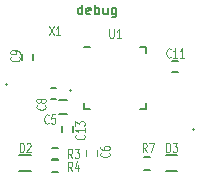
<source format=gto>
G04 #@! TF.FileFunction,Legend,Top*
%FSLAX46Y46*%
G04 Gerber Fmt 4.6, Leading zero omitted, Abs format (unit mm)*
G04 Created by KiCad (PCBNEW 4.0.7) date 02/04/18 23:39:56*
%MOMM*%
%LPD*%
G01*
G04 APERTURE LIST*
%ADD10C,0.100000*%
%ADD11C,0.150000*%
%ADD12C,0.250000*%
%ADD13C,0.120000*%
%ADD14R,0.760000X0.660000*%
%ADD15C,4.560000*%
%ADD16R,0.960000X0.910000*%
%ADD17R,0.660000X0.760000*%
%ADD18R,1.760000X0.960000*%
%ADD19R,3.160000X2.260000*%
%ADD20R,0.560000X0.760000*%
%ADD21R,0.860000X0.410000*%
%ADD22R,0.410000X0.860000*%
%ADD23R,1.885000X1.885000*%
%ADD24R,1.310000X1.560000*%
%ADD25R,0.660000X1.060000*%
%ADD26C,1.660000*%
%ADD27R,1.660000X1.660000*%
G04 APERTURE END LIST*
D10*
D11*
X9942856Y13838095D02*
X9942856Y14638095D01*
X9942856Y13876190D02*
X9866666Y13838095D01*
X9714285Y13838095D01*
X9638094Y13876190D01*
X9599999Y13914286D01*
X9561904Y13990476D01*
X9561904Y14219048D01*
X9599999Y14295238D01*
X9638094Y14333333D01*
X9714285Y14371429D01*
X9866666Y14371429D01*
X9942856Y14333333D01*
X10628571Y13876190D02*
X10552381Y13838095D01*
X10400000Y13838095D01*
X10323809Y13876190D01*
X10285714Y13952381D01*
X10285714Y14257143D01*
X10323809Y14333333D01*
X10400000Y14371429D01*
X10552381Y14371429D01*
X10628571Y14333333D01*
X10666666Y14257143D01*
X10666666Y14180952D01*
X10285714Y14104762D01*
X11009523Y13838095D02*
X11009523Y14638095D01*
X11009523Y14333333D02*
X11085714Y14371429D01*
X11238095Y14371429D01*
X11314285Y14333333D01*
X11352380Y14295238D01*
X11390476Y14219048D01*
X11390476Y13990476D01*
X11352380Y13914286D01*
X11314285Y13876190D01*
X11238095Y13838095D01*
X11085714Y13838095D01*
X11009523Y13876190D01*
X12076190Y14371429D02*
X12076190Y13838095D01*
X11733333Y14371429D02*
X11733333Y13952381D01*
X11771428Y13876190D01*
X11847619Y13838095D01*
X11961905Y13838095D01*
X12038095Y13876190D01*
X12076190Y13914286D01*
X12800000Y14371429D02*
X12800000Y13723810D01*
X12761905Y13647619D01*
X12723810Y13609524D01*
X12647619Y13571429D01*
X12533334Y13571429D01*
X12457143Y13609524D01*
X12800000Y13876190D02*
X12723810Y13838095D01*
X12571429Y13838095D01*
X12495238Y13876190D01*
X12457143Y13914286D01*
X12419048Y13990476D01*
X12419048Y14219048D01*
X12457143Y14295238D01*
X12495238Y14333333D01*
X12571429Y14371429D01*
X12723810Y14371429D01*
X12800000Y14333333D01*
X17550000Y8925000D02*
X18050000Y8925000D01*
X18050000Y9875000D02*
X17550000Y9875000D01*
X8650000Y5400000D02*
X7950000Y5400000D01*
X7950000Y6600000D02*
X8650000Y6600000D01*
X7250000Y6625000D02*
X7750000Y6625000D01*
X7750000Y7575000D02*
X7250000Y7575000D01*
X5775000Y9950000D02*
X5775000Y10450000D01*
X4825000Y10450000D02*
X4825000Y9950000D01*
X8225000Y4350000D02*
X8225000Y3850000D01*
X9175000Y3850000D02*
X9175000Y4350000D01*
D12*
X19300000Y4125000D02*
X19290000Y4125000D01*
X3500000Y7875000D02*
X3510000Y7875000D01*
D11*
X7850000Y2525000D02*
X7350000Y2525000D01*
X7350000Y1475000D02*
X7850000Y1475000D01*
X7850000Y1525000D02*
X7350000Y1525000D01*
X7350000Y475000D02*
X7850000Y475000D01*
X15650000Y1725000D02*
X15150000Y1725000D01*
X15150000Y675000D02*
X15650000Y675000D01*
X15325000Y11025000D02*
X15325000Y10500000D01*
X10075000Y5775000D02*
X10075000Y6300000D01*
X15325000Y5775000D02*
X15325000Y6300000D01*
X10075000Y11025000D02*
X10600000Y11025000D01*
X10075000Y5775000D02*
X10600000Y5775000D01*
X15325000Y5775000D02*
X14800000Y5775000D01*
X15325000Y11025000D02*
X14800000Y11025000D01*
D12*
X8900000Y7400000D02*
X8910000Y7400000D01*
D11*
X4600000Y1875000D02*
X5600000Y1875000D01*
X5600000Y525000D02*
X4600000Y525000D01*
X17000000Y1875000D02*
X18000000Y1875000D01*
X18000000Y525000D02*
X17000000Y525000D01*
D13*
X10230000Y2350000D02*
X10230000Y1850000D01*
X11170000Y1850000D02*
X11170000Y2350000D01*
D10*
X17414285Y10214286D02*
X17385714Y10176190D01*
X17300000Y10138095D01*
X17242857Y10138095D01*
X17157142Y10176190D01*
X17100000Y10252381D01*
X17071428Y10328571D01*
X17042857Y10480952D01*
X17042857Y10595238D01*
X17071428Y10747619D01*
X17100000Y10823810D01*
X17157142Y10900000D01*
X17242857Y10938095D01*
X17300000Y10938095D01*
X17385714Y10900000D01*
X17414285Y10861905D01*
X17985714Y10138095D02*
X17642857Y10138095D01*
X17814285Y10138095D02*
X17814285Y10938095D01*
X17757142Y10823810D01*
X17700000Y10747619D01*
X17642857Y10709524D01*
X18557143Y10138095D02*
X18214286Y10138095D01*
X18385714Y10138095D02*
X18385714Y10938095D01*
X18328571Y10823810D01*
X18271429Y10747619D01*
X18214286Y10709524D01*
X7100000Y4614286D02*
X7071429Y4576190D01*
X6985715Y4538095D01*
X6928572Y4538095D01*
X6842857Y4576190D01*
X6785715Y4652381D01*
X6757143Y4728571D01*
X6728572Y4880952D01*
X6728572Y4995238D01*
X6757143Y5147619D01*
X6785715Y5223810D01*
X6842857Y5300000D01*
X6928572Y5338095D01*
X6985715Y5338095D01*
X7071429Y5300000D01*
X7100000Y5261905D01*
X7642857Y5338095D02*
X7357143Y5338095D01*
X7328572Y4957143D01*
X7357143Y4995238D01*
X7414286Y5033333D01*
X7557143Y5033333D01*
X7614286Y4995238D01*
X7642857Y4957143D01*
X7671429Y4880952D01*
X7671429Y4690476D01*
X7642857Y4614286D01*
X7614286Y4576190D01*
X7557143Y4538095D01*
X7414286Y4538095D01*
X7357143Y4576190D01*
X7328572Y4614286D01*
X6785714Y6100000D02*
X6823810Y6071429D01*
X6861905Y5985715D01*
X6861905Y5928572D01*
X6823810Y5842857D01*
X6747619Y5785715D01*
X6671429Y5757143D01*
X6519048Y5728572D01*
X6404762Y5728572D01*
X6252381Y5757143D01*
X6176190Y5785715D01*
X6100000Y5842857D01*
X6061905Y5928572D01*
X6061905Y5985715D01*
X6100000Y6071429D01*
X6138095Y6100000D01*
X6404762Y6442857D02*
X6366667Y6385715D01*
X6328571Y6357143D01*
X6252381Y6328572D01*
X6214286Y6328572D01*
X6138095Y6357143D01*
X6100000Y6385715D01*
X6061905Y6442857D01*
X6061905Y6557143D01*
X6100000Y6614286D01*
X6138095Y6642857D01*
X6214286Y6671429D01*
X6252381Y6671429D01*
X6328571Y6642857D01*
X6366667Y6614286D01*
X6404762Y6557143D01*
X6404762Y6442857D01*
X6442857Y6385715D01*
X6480952Y6357143D01*
X6557143Y6328572D01*
X6709524Y6328572D01*
X6785714Y6357143D01*
X6823810Y6385715D01*
X6861905Y6442857D01*
X6861905Y6557143D01*
X6823810Y6614286D01*
X6785714Y6642857D01*
X6709524Y6671429D01*
X6557143Y6671429D01*
X6480952Y6642857D01*
X6442857Y6614286D01*
X6404762Y6557143D01*
X4585714Y10200000D02*
X4623810Y10171429D01*
X4661905Y10085715D01*
X4661905Y10028572D01*
X4623810Y9942857D01*
X4547619Y9885715D01*
X4471429Y9857143D01*
X4319048Y9828572D01*
X4204762Y9828572D01*
X4052381Y9857143D01*
X3976190Y9885715D01*
X3900000Y9942857D01*
X3861905Y10028572D01*
X3861905Y10085715D01*
X3900000Y10171429D01*
X3938095Y10200000D01*
X4661905Y10485715D02*
X4661905Y10600000D01*
X4623810Y10657143D01*
X4585714Y10685715D01*
X4471429Y10742857D01*
X4319048Y10771429D01*
X4014286Y10771429D01*
X3938095Y10742857D01*
X3900000Y10714286D01*
X3861905Y10657143D01*
X3861905Y10542857D01*
X3900000Y10485715D01*
X3938095Y10457143D01*
X4014286Y10428572D01*
X4204762Y10428572D01*
X4280952Y10457143D01*
X4319048Y10485715D01*
X4357143Y10542857D01*
X4357143Y10657143D01*
X4319048Y10714286D01*
X4280952Y10742857D01*
X4204762Y10771429D01*
X10085714Y3614285D02*
X10123810Y3585714D01*
X10161905Y3500000D01*
X10161905Y3442857D01*
X10123810Y3357142D01*
X10047619Y3300000D01*
X9971429Y3271428D01*
X9819048Y3242857D01*
X9704762Y3242857D01*
X9552381Y3271428D01*
X9476190Y3300000D01*
X9400000Y3357142D01*
X9361905Y3442857D01*
X9361905Y3500000D01*
X9400000Y3585714D01*
X9438095Y3614285D01*
X10161905Y4185714D02*
X10161905Y3842857D01*
X10161905Y4014285D02*
X9361905Y4014285D01*
X9476190Y3957142D01*
X9552381Y3900000D01*
X9590476Y3842857D01*
X9361905Y4385714D02*
X9361905Y4757143D01*
X9666667Y4557143D01*
X9666667Y4642857D01*
X9704762Y4700000D01*
X9742857Y4728571D01*
X9819048Y4757143D01*
X10009524Y4757143D01*
X10085714Y4728571D01*
X10123810Y4700000D01*
X10161905Y4642857D01*
X10161905Y4471429D01*
X10123810Y4414286D01*
X10085714Y4385714D01*
X9100000Y1638095D02*
X8900000Y2019048D01*
X8757143Y1638095D02*
X8757143Y2438095D01*
X8985715Y2438095D01*
X9042857Y2400000D01*
X9071429Y2361905D01*
X9100000Y2285714D01*
X9100000Y2171429D01*
X9071429Y2095238D01*
X9042857Y2057143D01*
X8985715Y2019048D01*
X8757143Y2019048D01*
X9300000Y2438095D02*
X9671429Y2438095D01*
X9471429Y2133333D01*
X9557143Y2133333D01*
X9614286Y2095238D01*
X9642857Y2057143D01*
X9671429Y1980952D01*
X9671429Y1790476D01*
X9642857Y1714286D01*
X9614286Y1676190D01*
X9557143Y1638095D01*
X9385715Y1638095D01*
X9328572Y1676190D01*
X9300000Y1714286D01*
X9100000Y538095D02*
X8900000Y919048D01*
X8757143Y538095D02*
X8757143Y1338095D01*
X8985715Y1338095D01*
X9042857Y1300000D01*
X9071429Y1261905D01*
X9100000Y1185714D01*
X9100000Y1071429D01*
X9071429Y995238D01*
X9042857Y957143D01*
X8985715Y919048D01*
X8757143Y919048D01*
X9614286Y1071429D02*
X9614286Y538095D01*
X9471429Y1376190D02*
X9328572Y804762D01*
X9700000Y804762D01*
X15400000Y2138095D02*
X15200000Y2519048D01*
X15057143Y2138095D02*
X15057143Y2938095D01*
X15285715Y2938095D01*
X15342857Y2900000D01*
X15371429Y2861905D01*
X15400000Y2785714D01*
X15400000Y2671429D01*
X15371429Y2595238D01*
X15342857Y2557143D01*
X15285715Y2519048D01*
X15057143Y2519048D01*
X15600000Y2938095D02*
X16000000Y2938095D01*
X15742857Y2138095D01*
X12242857Y12588095D02*
X12242857Y11940476D01*
X12271429Y11864286D01*
X12300000Y11826190D01*
X12357143Y11788095D01*
X12471429Y11788095D01*
X12528571Y11826190D01*
X12557143Y11864286D01*
X12585714Y11940476D01*
X12585714Y12588095D01*
X13185714Y11788095D02*
X12842857Y11788095D01*
X13014285Y11788095D02*
X13014285Y12588095D01*
X12957142Y12473810D01*
X12900000Y12397619D01*
X12842857Y12359524D01*
X7114285Y12838095D02*
X7514285Y12038095D01*
X7514285Y12838095D02*
X7114285Y12038095D01*
X8057143Y12038095D02*
X7714286Y12038095D01*
X7885714Y12038095D02*
X7885714Y12838095D01*
X7828571Y12723810D01*
X7771429Y12647619D01*
X7714286Y12609524D01*
X4657143Y2138095D02*
X4657143Y2938095D01*
X4800000Y2938095D01*
X4885715Y2900000D01*
X4942857Y2823810D01*
X4971429Y2747619D01*
X5000000Y2595238D01*
X5000000Y2480952D01*
X4971429Y2328571D01*
X4942857Y2252381D01*
X4885715Y2176190D01*
X4800000Y2138095D01*
X4657143Y2138095D01*
X5228572Y2861905D02*
X5257143Y2900000D01*
X5314286Y2938095D01*
X5457143Y2938095D01*
X5514286Y2900000D01*
X5542857Y2861905D01*
X5571429Y2785714D01*
X5571429Y2709524D01*
X5542857Y2595238D01*
X5200000Y2138095D01*
X5571429Y2138095D01*
X17057143Y2138095D02*
X17057143Y2938095D01*
X17200000Y2938095D01*
X17285715Y2900000D01*
X17342857Y2823810D01*
X17371429Y2747619D01*
X17400000Y2595238D01*
X17400000Y2480952D01*
X17371429Y2328571D01*
X17342857Y2252381D01*
X17285715Y2176190D01*
X17200000Y2138095D01*
X17057143Y2138095D01*
X17600000Y2938095D02*
X17971429Y2938095D01*
X17771429Y2633333D01*
X17857143Y2633333D01*
X17914286Y2595238D01*
X17942857Y2557143D01*
X17971429Y2480952D01*
X17971429Y2290476D01*
X17942857Y2214286D01*
X17914286Y2176190D01*
X17857143Y2138095D01*
X17685715Y2138095D01*
X17628572Y2176190D01*
X17600000Y2214286D01*
X12185714Y2100000D02*
X12223810Y2071429D01*
X12261905Y1985715D01*
X12261905Y1928572D01*
X12223810Y1842857D01*
X12147619Y1785715D01*
X12071429Y1757143D01*
X11919048Y1728572D01*
X11804762Y1728572D01*
X11652381Y1757143D01*
X11576190Y1785715D01*
X11500000Y1842857D01*
X11461905Y1928572D01*
X11461905Y1985715D01*
X11500000Y2071429D01*
X11538095Y2100000D01*
X11461905Y2614286D02*
X11461905Y2500000D01*
X11500000Y2442857D01*
X11538095Y2414286D01*
X11652381Y2357143D01*
X11804762Y2328572D01*
X12109524Y2328572D01*
X12185714Y2357143D01*
X12223810Y2385715D01*
X12261905Y2442857D01*
X12261905Y2557143D01*
X12223810Y2614286D01*
X12185714Y2642857D01*
X12109524Y2671429D01*
X11919048Y2671429D01*
X11842857Y2642857D01*
X11804762Y2614286D01*
X11766667Y2557143D01*
X11766667Y2442857D01*
X11804762Y2385715D01*
X11842857Y2357143D01*
X11919048Y2328572D01*
%LPC*%
D14*
X18350000Y9400000D03*
X17250000Y9400000D03*
D15*
X20400000Y14600000D03*
X2400000Y14600000D03*
D16*
X9050000Y6000000D03*
X7550000Y6000000D03*
D14*
X8050000Y7100000D03*
X6950000Y7100000D03*
D17*
X5300000Y10750000D03*
X5300000Y9650000D03*
X8700000Y3550000D03*
X8700000Y4650000D03*
D18*
X17900000Y7875000D03*
X17900000Y6625000D03*
X17900000Y5375000D03*
X17900000Y4125000D03*
D19*
X20800000Y1575000D03*
X20800000Y10425000D03*
D18*
X4900000Y4125000D03*
X4900000Y5375000D03*
X4900000Y6625000D03*
X4900000Y7875000D03*
D19*
X2000000Y10425000D03*
X2000000Y1575000D03*
D20*
X7150000Y2000000D03*
X8050000Y2000000D03*
X7150000Y1000000D03*
X8050000Y1000000D03*
X14950000Y1200000D03*
X15850000Y1200000D03*
D21*
X10300000Y10150000D03*
X10300000Y9650000D03*
X10300000Y9150000D03*
X10300000Y8650000D03*
X10300000Y8150000D03*
X10300000Y7650000D03*
X10300000Y7150000D03*
X10300000Y6650000D03*
D22*
X10950000Y6000000D03*
X11450000Y6000000D03*
X11950000Y6000000D03*
X12450000Y6000000D03*
X12950000Y6000000D03*
X13450000Y6000000D03*
X13950000Y6000000D03*
X14450000Y6000000D03*
D21*
X15100000Y6650000D03*
X15100000Y7150000D03*
X15100000Y7650000D03*
X15100000Y8150000D03*
X15100000Y8650000D03*
X15100000Y9150000D03*
X15100000Y9650000D03*
X15100000Y10150000D03*
D22*
X14450000Y10800000D03*
X13950000Y10800000D03*
X13450000Y10800000D03*
X12950000Y10800000D03*
X12450000Y10800000D03*
X11950000Y10800000D03*
X11450000Y10800000D03*
X10950000Y10800000D03*
D23*
X13562500Y7537500D03*
X13562500Y9262500D03*
X11837500Y7537500D03*
X11837500Y9262500D03*
D24*
X6700000Y8500000D03*
X6700000Y10700000D03*
X8300000Y10700000D03*
X8300000Y8500000D03*
D25*
X5850000Y1200000D03*
X4350000Y1200000D03*
X18250000Y1200000D03*
X16750000Y1200000D03*
D17*
X10700000Y1550000D03*
X10700000Y2650000D03*
D26*
X5300000Y16000000D03*
X7300000Y15700000D03*
X9300000Y16000000D03*
X11300000Y15700000D03*
X13300000Y16000000D03*
D27*
X17300000Y16000000D03*
D26*
X15300000Y15700000D03*
M02*

</source>
